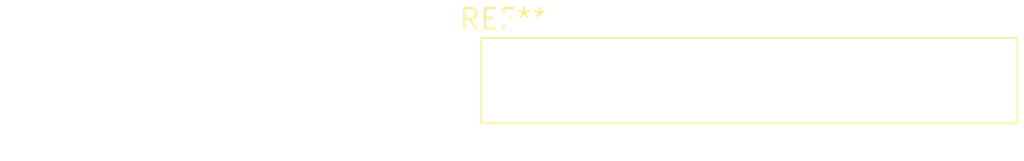
<source format=kicad_pcb>
(kicad_pcb (version 20240108) (generator pcbnew)
  (layers (0 "F.Cu" signal) (31 "B.Cu" signal) (34 "B.Paste" user) (35 "F.Paste" user) (36 "B.SilkS" user "B.Silkscreen") (37 "F.SilkS" user "F.Silkscreen") (38 "B.Mask" user) (39 "F.Mask" user) (44 "Edge.Cuts" user))
  (net 0 "")
  (footprint "Samtec_HLE-113-02-xx-DV-PE-LC_2x13_P2.54mm_Horizontal" (layer "F.Cu") (at 0 0)
    (property "Reference" "REF**")
    (property "Value" "Samtec_HLE-113-02-xx-DV-PE-LC_2x13_P2.54mm_Horizontal")
    (fp_line (start -1.38 1.16) (end 31.86 1.16) (layer "F.SilkS") (stroke (width 0.12)))
    (fp_line (start -1.38 6.46) (end -1.38 1.16) (layer "F.SilkS") (stroke (width 0.12)))
    (fp_line (start 31.86 1.16) (end 31.86 6.46) (layer "F.SilkS") (stroke (width 0.12)))
    (fp_line (start 31.86 6.46) (end -1.38 6.46) (layer "F.SilkS") (stroke (width 0.12)))
    (pad "" np_thru_hole circle (at 0 2.54) (size 1.4 1.4) (drill 1.4) (layers *.Cu *.Mask))
    (pad "" np_thru_hole circle (at 0 5.08) (size 1.4 1.4) (drill 1.4) (layers *.Cu *.Mask))
    (pad "" np_thru_hole circle (at 1.27 3.81) (size 1.19 1.19) (drill 1.19) (layers *.Cu *.Mask))
    (pad "" np_thru_hole circle (at 2.54 2.54) (size 1.4 1.4) (drill 1.4) (layers *.Cu *.Mask))
    (pad "" np_thru_hole circle (at 2.54 5.08) (size 1.4 1.4) (drill 1.4) (layers *.Cu *.Mask))
    (pad "" np_thru_hole circle (at 5.08 2.54) (size 1.4 1.4) (drill 1.4) (layers *.Cu *.Mask))
    (pad "" np_thru_hole circle (at 5.08 5.08) (size 1.4 1.4) (drill 1.4) (layers *.Cu *.Mask))
    (pad "" np_thru_hole circle (at 7.62 2.54) (size 1.4 1.4) (drill 1.4) (layers *.Cu *.Mask))
    (pad "" np_thru_hole circle (at 7.62 5.08) (size 1.4 1.4) (drill 1.4) (layers *.Cu *.Mask))
    (pad "" np_thru_hole circle (at 10.16 2.54) (size 1.4 1.4) (drill 1.4) (layers *.Cu *.Mask))
    (pad "" np_thru_hole circle (at 10.16 5.08) (size 1.4 1.4) (drill 1.4) (layers *.Cu *.Mask))
    (pad "" np_thru_hole circle (at 12.7 2.54) (size 1.4 1.4) (drill 1.4) (layers *.Cu *.Mask))
    (pad "" np_thru_hole circle (at 12.7 5.08) (size 1.4 1.4) (drill 1.4) (layers *.Cu *.Mask))
    (pad "" np_thru_hole circle (at 15.24 2.54) (size 1.4 1.4) (drill 1.4) (layers *.Cu *.Mask))
    (pad "" np_thru_hole circle (at 15.24 5.08) (size 1.4 1.4) (drill 1.4) (layers *.Cu *.Mask))
    (pad "" np_thru_hole circle (at 17.78 2.54) (size 1.4 1.4) (drill 1.4) (layers *.Cu *.Mask))
    (pad "" np_thru_hole circle (at 17.78 5.08) (size 1.4 1.4) (drill 1.4) (layers *.Cu *.Mask))
    (pad "" np_thru_hole circle (at 20.32 2.54) (size 1.4 1.4) (drill 1.4) (layers *.Cu *.Mask))
    (pad "" np_thru_hole circle (at 20.32 5.08) (size 1.4 1.4) (drill 1.4) (layers *.Cu *.Mask))
    (pad "" np_thru_hole circle (at 22.86 2.54) (size 1.4 1.4) (drill 1.4) (layers *.Cu *.Mask))
    (pad "" np_thru_hole circle (at 22.86 5.08) (size 1.4 1.4) (drill 1.4) (layers *.Cu *.Mask))
    (pad "" np_thru_hole circle (at 25.4 2.54) (size 1.4 1.4) (drill 1.4) (layers *.Cu *.Mask))
    (pad "" np_thru_hole circle (at 25.4 5.08) (size 1.4 1.4) (drill 1.4) (layers *.Cu *.Mask))
    (pad "" np_thru_hole circle (at 27.94 2.54) (size 1.4 1.4) (drill 1.4) (layers *.Cu *.Mask))
    (pad "" np_thru_hole circle (at 27.94 5.08) (size 1.4 1.4) (drill 1.4) (layers *.Cu *.Mask))
    (pad "" np_thru_hole circle (at 29.21 3.81) (size 1.19 1.19) (drill 1.19) (layers *.Cu *.Mask))
    (pad "" np_thru_hole circle (at 30.48 2.54) (size 1.4 1.4) (drill 1.4) (layers *.Cu *.Mask))
    (pad "" np_thru_hole circle (at 30.48 5.08) (size 1.4 1.4) (drill 1.4) (layers *.Cu *.Mask))
    (pad "1" thru_hole roundrect (at 0 0) (size 1.31 1.31) (drill 0.71) (layers *.Cu *.Mask) (remove_unused_layers) (roundrect_rratio 0.19084))
    (pad "2" thru_hole circle (at 0 7.62) (size 1.31 1.31) (drill 0.71) (layers *.Cu *.Mask) (remove_unused_layers))
    (pad "3" thru_hole circle (at 2.54 0) (size 1.31 1.31) (drill 0.71) (layers *.Cu *.Mask) (remove_unused_layers))
    (pad "4" thru_hole circle (at 2.54 7.62) (size 1.31 1.31) (drill 0.71) (layers *.Cu *.Mask) (remove_unused_layers))
    (pad "5" thru_hole circle (at 5.08 0) (size 1.31 1.31) (drill 0.71) (layers *.Cu *.Mask) (remove_unused_layers))
    (pad "6" thru_hole circle (at 5.08 7.62) (size 1.31 1.31) (drill 0.71) (layers *.Cu *.Mask) (remove_unused_layers))
    (pad "7" thru_hole circle (at 7.62 0) (size 1.31 1.31) (drill 0.71) (layers *.Cu *.Mask) (remove_unused_layers))
    (pad "8" thru_hole circle (at 7.62 7.62) (size 1.31 1.31) (drill 0.71) (layers *.Cu *.Mask) (remove_unused_layers))
    (pad "9" thru_hole circle (at 10.16 0) (size 1.31 1.31) (drill 0.71) (layers *.Cu *.Mask) (remove_unused_layers))
    (pad "10" thru_hole circle (at 10.16 7.62) (size 1.31 1.31) (drill 0.71) (layers *.Cu *.Mask) (remove_unused_layers))
    (pad "11" thru_hole circle (at 12.7 0) (size 1.31 1.31) (drill 0.71) (layers *.Cu *.Mask) (remove_unused_layers))
    (pad "12" thru_hole circle (at 12.7 7.62) (size 1.31 1.31) (drill 0.71) (layers *.Cu *.Mask) (remove_unused_layers))
    (pad "13" thru_hole circle (at 15.24 0) (size 1.31 1.31) (drill 0.71) (layers *.Cu *.Mask) (remove_unused_layers))
    (pad "14" thru_hole circle (at 15.24 7.62) (size 1.31 1.31) (drill 0.71) (layers *.Cu *.Mask) (remove_unused_layers))
    (pad "15" thru_hole circle (at 17.78 0) (size 1.31 1.31) (drill 0.71) (layers *.Cu *.Mask) (remove_unused_layers))
    (pad "16" thru_hole circle (at 17.78 7.62) (size 1.31 1.31) (drill 0.71) (layers *.Cu *.Mask) (remove_unused_layers))
    (pad "17" thru_hole circle (at 20.32 0) (size 1.31 1.31) (drill 0.71) (layers *.Cu *.Mask) (remove_unused_layers))
    (pad "18" thru_hole circle (at 20.32 7.62) (size 1.31 1.31) (drill 0.71) (layers *.Cu *.Mask) (remove_unused_layers))
    (pad "19" thru_hole circle (at 22.86 0) (size 1.31 1.31) (drill 0.71) (layers *.Cu *.Mask) (remove_unused_layers))
    (pad "20" thru_hole circle (at 22.86 7.62) (size 1.31 1.31) (drill 0.71) (layers *.Cu *.Mask) (remove_unused_layers))
    (pad "21" thru_hole circle (at 25.4 0) (size 1.31 1.31) (drill 0.71) (layers *.Cu *.Mask) (remove_unused_layers))
    (pad "22" thru_hole circle (at 25.4 7.62) (size 1.31 1.31) (drill 0.71) (layers *.Cu *.Mask) (remove_unused_layers))
    (pad "23" thru_hole circle (at 27.94 0) (size 1.31 1.31) (drill 0.71) (layers *.Cu *.Mask) (remove_unused_layers))
    (pad "24" thru_hole circle (at 27.94 7.62) (size 1.31 1.31) (drill 0.71) (layers *.Cu *.Mask) (remove_unused_layers))
    (pad "25" thru_hole circle (at 30.48 0) (size 1.31 1.31) (drill 0.71) (layers *.Cu *.Mask) (remove_unused_layers))
    (pad "26" thru_hole circle (at 30.48 7.62) (size 1.31 1.31) (drill 0.71) (layers *.Cu *.Mask) (remove_unused_layers))
  )
)
</source>
